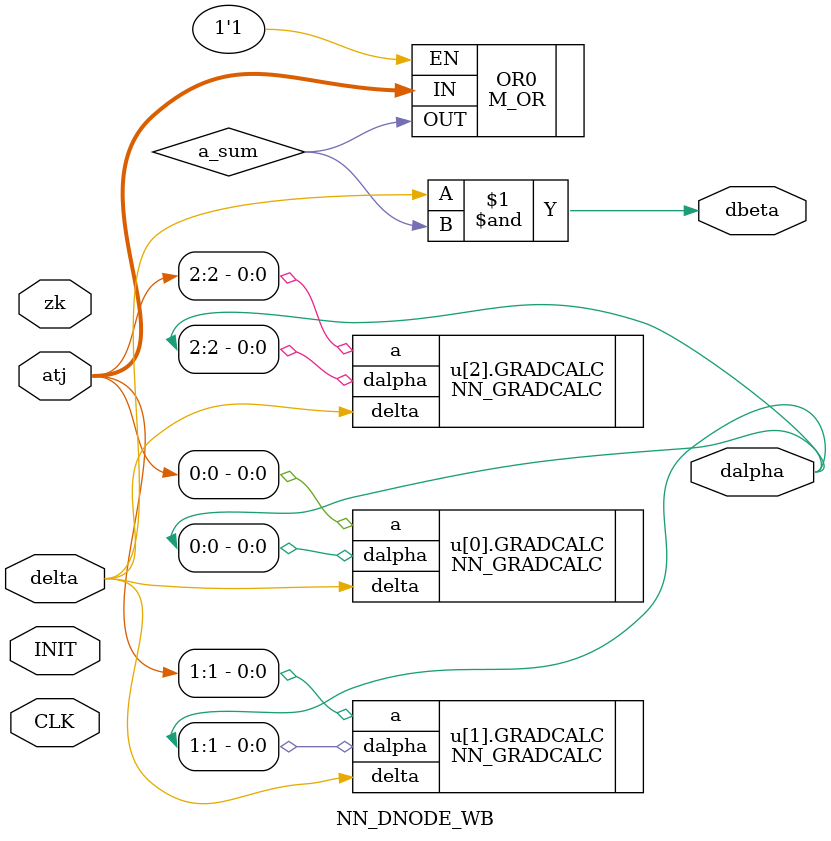
<source format=v>


module NN_DNODE_WB(delta,atj,zk,dalpha,dbeta,CLK,INIT);

parameter NB = 16;
parameter NN = 3;
parameter MEMSIZE = 6;

input CLK,INIT;
input [NN-1:0] atj; // ouput of jth node for each node in previous layer
input zk; // input to kth output node
input delta;

output [NN-1:0] dalpha; // output gradients of alpha transition weight (dC/dalpha)
output dbeta; // output gradients of alpha transition weight (dC/dbeta)

wire delta; // derivative of cost function wrt output state input z (dC/dzk)

genvar n;
generate 
	for (n=0; n<NN;n=n+1) begin : u
		NN_GRADCALC GRADCALC (.delta(delta),.a(atj[n]),.dalpha(dalpha[n]));
	end
endgenerate

wire a_sum;
M_OR OR0(.EN(1'b1),.IN(atj),.OUT(a_sum));
defparam OR0.N = NN;

assign dbeta = delta&a_sum;

endmodule
</source>
